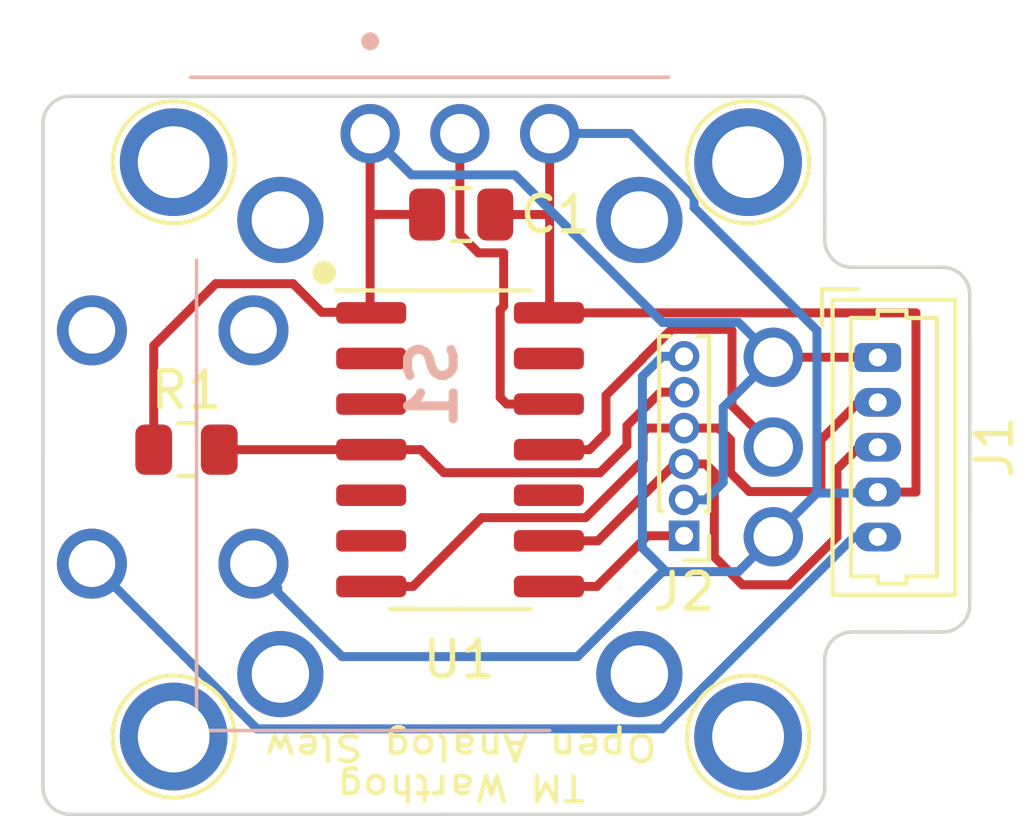
<source format=kicad_pcb>
(kicad_pcb (version 20211014) (generator pcbnew)
  (layers (0 "F.Cu" signal) (31 "B.Cu" signal) (34 "B.Paste" user) (35 "F.Paste" user) (36 "B.SilkS" user "B.Silkscreen") (37 "F.SilkS" user "F.Silkscreen") (38 "B.Mask" user) (39 "F.Mask" user) (44 "Edge.Cuts" user))
  (net 0 "")
  (net 6 "/SDA")
  (net 7 "/SCL")
  (net 8 "+3V3")
  (net 9 "GND")
  (net 10 "/BTN")
  (net 11 "/RST")
  (net 21 "/MISO")
  (net 22 "/VAR2")
  (net 23 "/VAR1")
  (footprint "TestPoint:TestPoint_Plated_Hole_D2.0mm" (layer "F.Cu") (at 155.343374 98.672145)
    (fp_text reference "" hide)
    (fp_text value "TestPoint_Plated_Hole_D2.0mm" hide)
    (fp_circle (center 0 0) (end 0 -1.7) (layer "F.SilkS") (width 0.12) (fill none))
    (pad "" thru_hole circle locked (at 0 0) (size 3 3) (drill 2) (layers *.Cu *.Mask))
  )
  (footprint "TestPoint:TestPoint_Plated_Hole_D2.0mm" (layer "F.Cu") (at 139.343483 114.672165)
    (fp_text reference "" hide)
    (fp_text value "TestPoint_Plated_Hole_D2.0mm" hide)
    (fp_circle (center 0 0) (end 0 -1.7) (layer "F.SilkS") (width 0.12) (fill none))
    (pad "" thru_hole circle locked (at 0 0) (size 3 3) (drill 2) (layers *.Cu *.Mask))
  )
  (footprint "Resistor_SMD:R_0805_2012Metric" (layer "F.Cu") (at 139.7 106.68)
    (fp_text reference "R1" (at 0 -1.65) (layer "F.SilkS"))
    (fp_text value "10K")
    (fp_line (start -0.227064 -0.735) (end 0.227064 -0.735) (layer "F.SilkS") (width 0.12))
    (fp_line (start -0.227064 0.735) (end 0.227064 0.735) (layer "F.SilkS") (width 0.12))
    (pad "1" smd roundrect locked (at -0.9125 0) (size 1.025 1.4) (layers "F.Cu" "F.Paste" "F.Mask") (roundrect_rratio 0.243902439) (net 8 "+3V3"))
    (pad "2" smd roundrect locked (at 0.9125 0) (size 1.025 1.4) (layers "F.Cu" "F.Paste" "F.Mask") (roundrect_rratio 0.243902439) (net 11 "/RST"))
  )
  (footprint "Connector_Molex:Molex_PicoBlade_53047-0510_1x05_P1.25mm_Vertical" (layer "F.Cu") (at 158.955024 104.112387 -90)
    (fp_text reference "J1" (at 2.5 -3.25 90) (layer "F.SilkS"))
    (fp_text value "Conn_01x05_Female")
    (fp_line (start 6.61 -2.16) (end -1.61 -2.16) (layer "F.SilkS") (width 0.12))
    (fp_line (start 6.3 -0.8) (end 6.1 -0.8) (layer "F.SilkS") (width 0.12))
    (fp_line (start 2.5 0.75) (end -1.1 0.75) (layer "F.SilkS") (width 0.12))
    (fp_line (start -1.9 1.55) (end -1.9 0.55) (layer "F.SilkS") (width 0.12))
    (fp_line (start -1.1 -1.65) (end 2.5 -1.65) (layer "F.SilkS") (width 0.12))
    (fp_line (start 6.3 0) (end 6.3 -0.8) (layer "F.SilkS") (width 0.12))
    (fp_line (start 6.1 -1.65) (end 2.5 -1.65) (layer "F.SilkS") (width 0.12))
    (fp_line (start 2.5 0.75) (end 6.1 0.75) (layer "F.SilkS") (width 0.12))
    (fp_line (start 6.1 0.75) (end 6.1 0) (layer "F.SilkS") (width 0.12))
    (fp_line (start -1.3 0) (end -1.3 -0.8) (layer "F.SilkS") (width 0.12))
    (fp_line (start 6.1 -0.8) (end 6.1 -1.65) (layer "F.SilkS") (width 0.12))
    (fp_line (start -1.61 -2.16) (end -1.61 1.26) (layer "F.SilkS") (width 0.12))
    (fp_line (start -1.61 1.26) (end 6.61 1.26) (layer "F.SilkS") (width 0.12))
    (fp_line (start -1.3 -0.8) (end -1.1 -0.8) (layer "F.SilkS") (width 0.12))
    (fp_line (start -1.9 1.55) (end -0.9 1.55) (layer "F.SilkS") (width 0.12))
    (fp_line (start -1.1 -0.8) (end -1.1 -1.65) (layer "F.SilkS") (width 0.12))
    (fp_line (start 6.61 1.26) (end 6.61 -2.16) (layer "F.SilkS") (width 0.12))
    (fp_line (start -1.1 0) (end -1.3 0) (layer "F.SilkS") (width 0.12))
    (fp_line (start 6.1 0) (end 6.3 0) (layer "F.SilkS") (width 0.12))
    (fp_line (start -1.1 0.75) (end -1.1 0) (layer "F.SilkS") (width 0.12))
    (pad "1" thru_hole roundrect locked (at 0 0 270) (size 0.8 1.3) (drill 0.5) (layers *.Cu *.Mask) (net 8 "+3V3"))
    (pad "2" thru_hole oval locked (at 1.25 0 270) (size 0.8 1.3) (drill 0.5) (layers *.Cu *.Mask) (net 6 "/SDA"))
    (pad "3" thru_hole oval locked (at 2.5 0 270) (size 0.8 1.3) (drill 0.5) (layers *.Cu *.Mask) (net 7 "/SCL"))
    (pad "4" thru_hole oval locked (at 3.75 0 270) (size 0.8 1.3) (drill 0.5) (layers *.Cu *.Mask) (net 9 "GND"))
    (pad "5" thru_hole oval locked (at 5 0 270) (size 0.8 1.3) (drill 0.5) (layers *.Cu *.Mask) (net 10 "/BTN"))
  )
  (footprint "Package_SO:SOIC-14_3.9x8.7mm_P1.27mm" (layer "F.Cu") (at 147.32 106.68)
    (fp_text reference "U1" (at -0.02076 5.84679) (layer "F.SilkS"))
    (fp_text value "ATtiny44A-SS")
    (fp_line (start 0 4.435) (end 1.95 4.435) (layer "F.SilkS") (width 0.12))
    (fp_line (start 0 -4.435) (end 1.95 -4.435) (layer "F.SilkS") (width 0.12))
    (fp_line (start 0 4.435) (end -1.95 4.435) (layer "F.SilkS") (width 0.12))
    (fp_line (start 0 -4.435) (end -3.45 -4.435) (layer "F.SilkS") (width 0.12))
    (pad "1" smd roundrect locked (at -2.475 -3.81) (size 1.95 0.6) (layers "F.Cu" "F.Paste" "F.Mask") (net 8 "+3V3"))
    (pad "2" smd roundrect locked (at -2.475 -2.54) (size 1.95 0.6) (layers "F.Cu" "F.Paste" "F.Mask"))
    (pad "3" smd roundrect locked (at -2.475 -1.27) (size 1.95 0.6) (layers "F.Cu" "F.Paste" "F.Mask"))
    (pad "4" smd roundrect locked (at -2.475 0) (size 1.95 0.6) (layers "F.Cu" "F.Paste" "F.Mask") (net 11 "/RST"))
    (pad "5" smd roundrect locked (at -2.475 1.27) (size 1.95 0.6) (layers "F.Cu" "F.Paste" "F.Mask"))
    (pad "6" smd roundrect locked (at -2.475 2.54) (size 1.95 0.6) (layers "F.Cu" "F.Paste" "F.Mask"))
    (pad "7" smd roundrect locked (at -2.475 3.81) (size 1.95 0.6) (layers "F.Cu" "F.Paste" "F.Mask") (net 6 "/SDA"))
    (pad "8" smd roundrect locked (at 2.475 3.81) (size 1.95 0.6) (layers "F.Cu" "F.Paste" "F.Mask") (net 21 "/MISO"))
    (pad "9" smd roundrect locked (at 2.475 2.54) (size 1.95 0.6) (layers "F.Cu" "F.Paste" "F.Mask") (net 7 "/SCL"))
    (pad "10" smd roundrect locked (at 2.475 1.27) (size 1.95 0.6) (layers "F.Cu" "F.Paste" "F.Mask"))
    (pad "11" smd roundrect locked (at 2.475 0) (size 1.95 0.6) (layers "F.Cu" "F.Paste" "F.Mask") (net 23 "/VAR1"))
    (pad "12" smd roundrect locked (at 2.475 -1.27) (size 1.95 0.6) (layers "F.Cu" "F.Paste" "F.Mask") (net 22 "/VAR2"))
    (pad "13" smd roundrect locked (at 2.475 -2.54) (size 1.95 0.6) (layers "F.Cu" "F.Paste" "F.Mask"))
    (pad "14" smd roundrect locked (at 2.475 -3.81) (size 1.95 0.6) (layers "F.Cu" "F.Paste" "F.Mask") (net 9 "GND"))
  )
  (footprint "Capacitor_SMD:C_0805_2012Metric" (layer "F.Cu") (at 147.350742 100.131403)
    (fp_text reference "C1" (at 2.632943 0.000729) (layer "F.SilkS"))
    (fp_text value "1uF")
    (fp_line (start -0.261252 -0.735) (end 0.261252 -0.735) (layer "F.SilkS") (width 0.12))
    (fp_line (start -0.261252 0.735) (end 0.261252 0.735) (layer "F.SilkS") (width 0.12))
    (pad "1" smd roundrect locked (at -0.95 0) (size 1 1.45) (layers "F.Cu" "F.Paste" "F.Mask") (net 8 "+3V3"))
    (pad "2" smd roundrect locked (at 0.95 0) (size 1 1.45) (layers "F.Cu" "F.Paste" "F.Mask") (net 9 "GND"))
  )
  (footprint "TestPoint:TestPoint_Plated_Hole_D2.0mm" (layer "F.Cu") (at 139.343483 98.672145)
    (fp_text reference "" hide)
    (fp_text value "TestPoint_Plated_Hole_D2.0mm" hide)
    (fp_circle (center 0 0) (end 0 -1.7) (layer "F.SilkS") (width 0.12) (fill none))
    (pad "" thru_hole circle locked (at 0 0) (size 3 3) (drill 2) (layers *.Cu *.Mask))
  )
  (footprint "Connector_PinHeader_1.00mm:PinHeader_1x06_P1.00mm_Vertical" (layer "F.Cu") (at 153.560265 109.079538 180)
    (fp_text reference "J2" (at 0 -1.56) (layer "F.SilkS"))
    (fp_text value "AVR-ISP-6")
    (fp_line (start 0.608276 0.685) (end 0.695 0.685) (layer "F.SilkS") (width 0.12))
    (fp_line (start -0.695 0.685) (end -0.695 5.56) (layer "F.SilkS") (width 0.12))
    (fp_line (start -0.695 5.56) (end -0.394493 5.56) (layer "F.SilkS") (width 0.12))
    (fp_line (start 0.394493 5.56) (end 0.695 5.56) (layer "F.SilkS") (width 0.12))
    (fp_line (start -0.695 -0.685) (end 0 -0.685) (layer "F.SilkS") (width 0.12))
    (fp_line (start 0.695 0.685) (end 0.695 5.56) (layer "F.SilkS") (width 0.12))
    (fp_line (start -0.695 0.685) (end -0.608276 0.685) (layer "F.SilkS") (width 0.12))
    (fp_line (start -0.695 0) (end -0.695 -0.685) (layer "F.SilkS") (width 0.12))
    (pad "1" thru_hole rect locked (at 0 0 180) (size 0.85 0.85) (drill 0.5) (layers *.Cu *.Mask) (net 21 "/MISO"))
    (pad "2" thru_hole oval locked (at 0 1 180) (size 0.85 0.85) (drill 0.5) (layers *.Cu *.Mask) (net 8 "+3V3"))
    (pad "3" thru_hole oval locked (at 0 2 180) (size 0.85 0.85) (drill 0.5) (layers *.Cu *.Mask) (net 7 "/SCL"))
    (pad "4" thru_hole oval locked (at 0 3 180) (size 0.85 0.85) (drill 0.5) (layers *.Cu *.Mask) (net 6 "/SDA"))
    (pad "5" thru_hole oval locked (at 0 4 180) (size 0.85 0.85) (drill 0.5) (layers *.Cu *.Mask) (net 11 "/RST"))
    (pad "6" thru_hole oval locked (at 0 5 180) (size 0.85 0.85) (drill 0.5) (layers *.Cu *.Mask) (net 9 "GND"))
  )
  (footprint "TestPoint:TestPoint_Plated_Hole_D2.0mm" (layer "F.Cu") (at 155.343374 114.672645)
    (fp_text reference "" hide)
    (fp_text value "TestPoint_Plated_Hole_D2.0mm" hide)
    (fp_circle (center 0 0) (end 0 -1.7) (layer "F.SilkS") (width 0.12) (fill none))
    (pad "" thru_hole circle locked (at 0 0) (size 3 3) (drill 2) (layers *.Cu *.Mask))
  )
  (footprint "SamacSys_Parts:RKJXV122400R" (layer "B.Cu") (at 144.815123 97.876941 90)
    (fp_text reference "S1" (at -6.978 1.74 90) (layer "B.SilkS") (effects (font (size 1.27 1.27) (thickness 0.254)) (justify mirror)))
    (fp_text value "RKJXV122400R" hide)
    (fp_line (start 1.572 8.315) (end 1.572 -5) (layer "B.SilkS") (width 0.1))
    (fp_line (start 2.672 0) (end 2.672 0) (layer "B.SilkS") (width 0.3))
    (fp_line (start -16.627 -4.835) (end -3.527 -4.835) (layer "B.SilkS") (width 0.1))
    (fp_line (start -16.627 5) (end -16.627 -4.835) (layer "B.SilkS") (width 0.1))
    (fp_line (start 2.473 0) (end 2.473 0) (layer "B.SilkS") (width 0.3))
    (fp_arc (start 2.672 0) (mid 2.5725 0.0995) (end 2.473 0) (layer "B.SilkS") (width 0.3))
    (fp_arc (start 2.473 0) (mid 2.5725 -0.0995) (end 2.672 0) (layer "B.SilkS") (width 0.3))
    (pad "A1" thru_hole circle locked (at -11.98 -3.25 90) (size 1.95 1.95) (drill 1.3) (layers *.Cu *.Mask) (net 9 "GND"))
    (pad "A11" thru_hole circle locked (at 0 0 90) (size 1.65 1.65) (drill 1.1) (layers *.Cu *.Mask) (net 8 "+3V3"))
    (pad "A12" thru_hole circle locked (at 0 2.5 90) (size 1.65 1.65) (drill 1.1) (layers *.Cu *.Mask) (net 22 "/VAR2"))
    (pad "A13" thru_hole circle locked (at 0 5 90) (size 1.65 1.65) (drill 1.1) (layers *.Cu *.Mask) (net 9 "GND"))
    (pad "B1" thru_hole circle locked (at -11.98 -7.75 90) (size 1.95 1.95) (drill 1.3) (layers *.Cu *.Mask) (net 10 "/BTN"))
    (pad "B11" thru_hole circle locked (at -6.23 11.23 90) (size 1.65 1.65) (drill 1.1) (layers *.Cu *.Mask) (net 8 "+3V3"))
    (pad "B12" thru_hole circle locked (at -8.73 11.23 90) (size 1.65 1.65) (drill 1.1) (layers *.Cu *.Mask) (net 23 "/VAR1"))
    (pad "B13" thru_hole circle locked (at -11.23 11.23 90) (size 1.65 1.65) (drill 1.1) (layers *.Cu *.Mask) (net 9 "GND"))
    (pad "C1" thru_hole circle locked (at -5.48 -3.25 90) (size 1.95 1.95) (drill 1.3) (layers *.Cu *.Mask))
    (pad "D1" thru_hole circle locked (at -5.48 -7.75 90) (size 1.95 1.95) (drill 1.3) (layers *.Cu *.Mask))
    (pad "MH1" thru_hole circle locked (at -15.055 -2.5 90) (size 2.4 2.4) (drill 1.6) (layers *.Cu *.Mask))
    (pad "MH2" thru_hole circle locked (at -15.055 7.5 90) (size 2.4 2.4) (drill 1.6) (layers *.Cu *.Mask))
    (pad "MH3" thru_hole circle locked (at -2.405 -2.5 90) (size 2.4 2.4) (drill 1.6) (layers *.Cu *.Mask))
    (pad "MH4" thru_hole circle locked (at -2.405 7.5 90) (size 2.4 2.4) (drill 1.6) (layers *.Cu *.Mask))
    (pad "MH5" thru_hole circle locked (at -13.03 2.5 90) (size 0 0) (drill 1.65) (layers *.Cu *.Mask))
    (pad "MH6" thru_hole circle locked (at -4.43 2.5 90) (size 0 0) (drill 1.65) (layers *.Cu *.Mask))
  )
  (gr_circle (center 143.5354 101.7524) (end 143.7894 101.7778) (layer "F.SilkS") (width 0.15) (fill solid))
  (gr_line (start 136.464602 96.836597) (end 156.743564 96.83631) (layer "Edge.Cuts") (width 0.1))
  (gr_arc (start 161.5186 111.0234) (mid 161.286658 111.546021) (end 160.7566 111.760423) (layer "Edge.Cuts") (width 0.1))
  (gr_arc (start 157.48 116.1034) (mid 157.248058 116.626021) (end 156.718 116.840423) (layer "Edge.Cuts") (width 0.1))
  (gr_line (start 160.7566 111.760423) (end 158.242 111.759577) (layer "Edge.Cuts") (width 0.1))
  (gr_arc (start 156.743564 96.83631) (mid 157.266185 97.068252) (end 157.480587 97.59831) (layer "Edge.Cuts") (width 0.1))
  (gr_arc (start 136.439552 116.839513) (mid 135.916931 116.607571) (end 135.702529 116.077513) (layer "Edge.Cuts") (width 0.1))
  (gr_line (start 157.480587 97.59831) (end 157.479577 100.838) (layer "Edge.Cuts") (width 0.1))
  (gr_line (start 161.519023 102.362) (end 161.5186 111.0234) (layer "Edge.Cuts") (width 0.1))
  (gr_line (start 156.718 116.840423) (end 136.439552 116.839513) (layer "Edge.Cuts") (width 0.1))
  (gr_arc (start 157.48 112.4966) (mid 157.711942 111.973979) (end 158.242 111.759577) (layer "Edge.Cuts") (width 0.1))
  (gr_arc (start 160.782 101.6) (mid 161.304621 101.831942) (end 161.519023 102.362) (layer "Edge.Cuts") (width 0.1))
  (gr_arc (start 158.2166 101.6) (mid 157.693979 101.368058) (end 157.479577 100.838) (layer "Edge.Cuts") (width 0.1))
  (gr_line (start 158.2166 101.6) (end 160.782 101.6) (layer "Edge.Cuts") (width 0.1))
  (gr_line (start 157.48 112.4966) (end 157.48 116.1034) (layer "Edge.Cuts") (width 0.1))
  (gr_arc (start 135.702602 97.57362) (mid 135.934544 97.050999) (end 136.464602 96.836597) (layer "Edge.Cuts") (width 0.1))
  (gr_line (start 135.702529 116.077513) (end 135.702602 97.57362) (layer "Edge.Cuts") (width 0.1))
  (gr_text "TM Warthog\nOpen Analog Slew" (at 147.339859 115.531308 180) (layer "F.SilkS") (effects (font (size 0.7 0.8) (thickness 0.125))))
  (segment (start 146.0074 110.49) (end 147.92288 108.57452) (width 0.25) (layer "F.Cu") (net 6))
  (segment (start 154.852467 106.407677) (end 154.852467 107.321902) (width 0.25) (layer "F.Cu") (net 6))
  (segment (start 158.418305 105.362387) (end 158.955024 105.362387) (width 0.25) (layer "F.Cu") (net 6))
  (segment (start 154.524328 106.079538) (end 154.852467 106.407677) (width 0.25) (layer "F.Cu") (net 6))
  (segment (start 152.418234 106.972838) (end 152.418234 106.200092) (width 0.25) (layer "F.Cu") (net 6))
  (segment (start 152.538788 106.079538) (end 153.560265 106.079538) (width 0.25) (layer "F.Cu") (net 6))
  (segment (start 155.377661 107.847096) (end 157.371451 107.847096) (width 0.25) (layer "F.Cu") (net 6))
  (segment (start 157.371451 107.847096) (end 157.371451 106.409241) (width 0.25) (layer "F.Cu") (net 6))
  (segment (start 154.852467 107.321902) (end 155.377661 107.847096) (width 0.25) (layer "F.Cu") (net 6))
  (segment (start 153.560265 106.079538) (end 154.524328 106.079538) (width 0.25) (layer "F.Cu") (net 6))
  (segment (start 144.845 110.49) (end 146.0074 110.49) (width 0.25) (layer "F.Cu") (net 6))
  (segment (start 157.371451 106.409241) (end 158.418305 105.362387) (width 0.25) (layer "F.Cu") (net 6))
  (segment (start 147.92288 108.57452) (end 150.816552 108.57452) (width 0.25) (layer "F.Cu") (net 6))
  (segment (start 152.418234 106.200092) (end 152.538788 106.079538) (width 0.25) (layer "F.Cu") (net 6))
  (segment (start 150.816552 108.57452) (end 152.418234 106.972838) (width 0.25) (layer "F.Cu") (net 6))
  (segment (start 157.820971 107.22131) (end 158.429894 106.612387) (width 0.25) (layer "F.Cu") (net 7))
  (segment (start 154.402947 107.32118) (end 154.402947 109.663688) (width 0.25) (layer "F.Cu") (net 7))
  (segment (start 155.183145 110.443886) (end 156.484712 110.443886) (width 0.25) (layer "F.Cu") (net 7))
  (segment (start 157.820971 109.107627) (end 157.820971 107.22131) (width 0.25) (layer "F.Cu") (net 7))
  (segment (start 151.160049 109.22) (end 153.300511 107.079538) (width 0.25) (layer "F.Cu") (net 7))
  (segment (start 154.402947 109.663688) (end 155.183145 110.443886) (width 0.25) (layer "F.Cu") (net 7))
  (segment (start 149.795 109.22) (end 151.160049 109.22) (width 0.25) (layer "F.Cu") (net 7))
  (segment (start 153.560265 107.079538) (end 154.161305 107.079538) (width 0.25) (layer "F.Cu") (net 7))
  (segment (start 154.161305 107.079538) (end 154.402947 107.32118) (width 0.25) (layer "F.Cu") (net 7))
  (segment (start 156.484712 110.443886) (end 157.820971 109.107627) (width 0.25) (layer "F.Cu") (net 7))
  (segment (start 158.429894 106.612387) (end 158.955024 106.612387) (width 0.25) (layer "F.Cu") (net 7))
  (segment (start 153.300511 107.079538) (end 153.560265 107.079538) (width 0.25) (layer "F.Cu") (net 7))
  (segment (start 138.7875 103.7825) (end 138.7875 106.68) (width 0.25) (layer "F.Cu") (net 8))
  (segment (start 140.51257 102.05743) (end 138.7875 103.7825) (width 0.25) (layer "F.Cu") (net 8))
  (segment (start 143.465451 102.854628) (end 142.668253 102.05743) (width 0.25) (layer "F.Cu") (net 8))
  (segment (start 142.668253 102.05743) (end 140.51257 102.05743) (width 0.25) (layer "F.Cu") (net 8))
  (segment (start 158.955024 104.112387) (end 158.949578 104.106941) (width 0.25) (layer "F.Cu") (net 8))
  (segment (start 144.815123 97.876941) (end 144.815123 100.128587) (width 0.25) (layer "F.Cu") (net 8))
  (segment (start 146.400742 100.131403) (end 146.397926 100.128587) (width 0.25) (layer "F.Cu") (net 8))
  (segment (start 144.829628 102.854628) (end 143.465451 102.854628) (width 0.25) (layer "F.Cu") (net 8))
  (segment (start 144.815123 102.840123) (end 144.845 102.87) (width 0.25) (layer "F.Cu") (net 8))
  (segment (start 158.949578 104.106941) (end 156.045123 104.106941) (width 0.25) (layer "F.Cu") (net 8))
  (segment (start 144.845 102.87) (end 144.829628 102.854628) (width 0.25) (layer "F.Cu") (net 8))
  (segment (start 144.815123 100.128587) (end 144.815123 100.53143) (width 0.25) (layer "F.Cu") (net 8))
  (segment (start 144.815123 100.53143) (end 144.815123 102.840123) (width 0.25) (layer "F.Cu") (net 8))
  (segment (start 146.397926 100.128587) (end 144.815123 100.128587) (width 0.25) (layer "F.Cu") (net 8))
  (segment (start 154.161305 108.079538) (end 154.651239 107.589604) (width 0.25) (layer "B.Cu") (net 8))
  (segment (start 154.651239 105.500825) (end 156.045123 104.106941) (width 0.25) (layer "B.Cu") (net 8))
  (segment (start 144.815123 97.876941) (end 145.964634 99.026452) (width 0.25) (layer "B.Cu") (net 8))
  (segment (start 148.848454 99.026452) (end 152.960447 103.138445) (width 0.25) (layer "B.Cu") (net 8))
  (segment (start 145.964634 99.026452) (end 148.848454 99.026452) (width 0.25) (layer "B.Cu") (net 8))
  (segment (start 154.651239 107.589604) (end 154.651239 105.500825) (width 0.25) (layer "B.Cu") (net 8))
  (segment (start 152.960447 103.138445) (end 155.076627 103.138445) (width 0.25) (layer "B.Cu") (net 8))
  (segment (start 155.076627 103.138445) (end 156.045123 104.106941) (width 0.25) (layer "B.Cu") (net 8))
  (segment (start 153.560265 108.079538) (end 154.161305 108.079538) (width 0.25) (layer "B.Cu") (net 8))
  (segment (start 149.815123 102.849877) (end 149.795 102.87) (width 0.25) (layer "F.Cu") (net 9))
  (segment (start 149.801644 100.131403) (end 149.815123 100.117924) (width 0.25) (layer "F.Cu") (net 9))
  (segment (start 148.300742 100.131403) (end 149.801644 100.131403) (width 0.25) (layer "F.Cu") (net 9))
  (segment (start 149.815123 97.876941) (end 149.815123 100.117924) (width 0.25) (layer "F.Cu") (net 9))
  (segment (start 160.02 107.862387) (end 158.955024 107.862387) (width 0.25) (layer "F.Cu") (net 9))
  (segment (start 149.815123 100.117924) (end 149.815123 100.540467) (width 0.25) (layer "F.Cu") (net 9))
  (segment (start 149.815123 100.540467) (end 149.815123 102.849877) (width 0.25) (layer "F.Cu") (net 9))
  (segment (start 160.02 102.87) (end 160.02 107.862387) (width 0.25) (layer "F.Cu") (net 9))
  (segment (start 149.795 102.87) (end 160.02 102.87) (width 0.25) (layer "F.Cu") (net 9))
  (segment (start 153.839634 99.650467) (end 153.839634 99.936824) (width 0.25) (layer "B.Cu") (net 9))
  (segment (start 157.262064 107.89) (end 158.927411 107.89) (width 0.25) (layer "B.Cu") (net 9))
  (segment (start 152.959225 104.079538) (end 152.4 104.638763) (width 0.25) (layer "B.Cu") (net 9))
  (segment (start 149.815123 97.876941) (end 149.819527 97.872537) (width 0.25) (layer "B.Cu") (net 9))
  (segment (start 153.839634 99.936824) (end 157.262064 103.359254) (width 0.25) (layer "B.Cu") (net 9))
  (segment (start 152.960068 110.078054) (end 153.059759 110.078054) (width 0.25) (layer "B.Cu") (net 9))
  (segment (start 141.565123 109.856941) (end 142.24 110.531818) (width 0.25) (layer "B.Cu") (net 9))
  (segment (start 142.24 110.531818) (end 142.24 110.652833) (width 0.25) (layer "B.Cu") (net 9))
  (segment (start 153.560265 104.079538) (end 152.959225 104.079538) (width 0.25) (layer "B.Cu") (net 9))
  (segment (start 152.061704 97.872537) (end 153.839634 99.650467) (width 0.25) (layer "B.Cu") (net 9))
  (segment (start 149.819527 97.872537) (end 152.061704 97.872537) (width 0.25) (layer "B.Cu") (net 9))
  (segment (start 158.927411 107.89) (end 158.955024 107.862387) (width 0.25) (layer "B.Cu") (net 9))
  (segment (start 155.07401 110.078054) (end 153.059759 110.078054) (width 0.25) (layer "B.Cu") (net 9))
  (segment (start 142.24 110.652833) (end 144.032493 112.445326) (width 0.25) (layer "B.Cu") (net 9))
  (segment (start 150.592796 112.445326) (end 152.960068 110.078054) (width 0.25) (layer "B.Cu") (net 9))
  (segment (start 152.4 109.418295) (end 153.059759 110.078054) (width 0.25) (layer "B.Cu") (net 9))
  (segment (start 156.045123 109.106941) (end 157.262064 107.89) (width 0.25) (layer "B.Cu") (net 9))
  (segment (start 156.045123 109.106941) (end 155.07401 110.078054) (width 0.25) (layer "B.Cu") (net 9))
  (segment (start 152.4 109.22) (end 152.4 109.418295) (width 0.25) (layer "B.Cu") (net 9))
  (segment (start 152.4 104.638763) (end 152.4 109.22) (width 0.25) (layer "B.Cu") (net 9))
  (segment (start 144.032493 112.445326) (end 150.592796 112.445326) (width 0.25) (layer "B.Cu") (net 9))
  (segment (start 157.262064 103.359254) (end 157.262064 107.89) (width 0.25) (layer "B.Cu") (net 9))
  (segment (start 137.065123 109.856941) (end 141.664634 114.456452) (width 0.25) (layer "B.Cu") (net 10))
  (segment (start 152.946597 114.456452) (end 158.290662 109.112387) (width 0.25) (layer "B.Cu") (net 10))
  (segment (start 158.290662 109.112387) (end 158.955024 109.112387) (width 0.25) (layer "B.Cu") (net 10))
  (segment (start 141.664634 114.456452) (end 152.946597 114.456452) (width 0.25) (layer "B.Cu") (net 10))
  (segment (start 146.224281 106.68) (end 146.866184 107.321903) (width 0.25) (layer "F.Cu") (net 11))
  (segment (start 144.845 106.68) (end 146.224281 106.68) (width 0.25) (layer "F.Cu") (net 11))
  (segment (start 151.968714 106.57067) (end 151.968714 106.013894) (width 0.25) (layer "F.Cu") (net 11))
  (segment (start 140.6125 106.68) (end 144.845 106.68) (width 0.25) (layer "F.Cu") (net 11))
  (segment (start 151.217481 107.321903) (end 151.968714 106.57067) (width 0.25) (layer "F.Cu") (net 11))
  (segment (start 146.866184 107.321903) (end 151.217481 107.321903) (width 0.25) (layer "F.Cu") (net 11))
  (segment (start 152.90307 105.079538) (end 153.560265 105.079538) (width 0.25) (layer "F.Cu") (net 11))
  (segment (start 151.968714 106.013894) (end 152.90307 105.079538) (width 0.25) (layer "F.Cu") (net 11))
  (segment (start 152.540462 109.079538) (end 151.13 110.49) (width 0.25) (layer "F.Cu") (net 21))
  (segment (start 151.13 110.49) (end 149.795 110.49) (width 0.25) (layer "F.Cu") (net 21))
  (segment (start 153.560265 109.079538) (end 152.540462 109.079538) (width 0.25) (layer "F.Cu") (net 21))
  (segment (start 147.315123 100.683277) (end 147.830045 101.198199) (width 0.25) (layer "F.Cu") (net 22))
  (segment (start 148.534644 102.685468) (end 148.439468 102.780644) (width 0.25) (layer "F.Cu") (net 22))
  (segment (start 148.53409 101.198199) (end 148.534644 101.198753) (width 0.25) (layer "F.Cu") (net 22))
  (segment (start 148.439468 102.780644) (end 148.439468 105.228714) (width 0.25) (layer "F.Cu") (net 22))
  (segment (start 148.620754 105.41) (end 149.795 105.41) (width 0.25) (layer "F.Cu") (net 22))
  (segment (start 147.830045 101.198199) (end 148.53409 101.198199) (width 0.25) (layer "F.Cu") (net 22))
  (segment (start 148.534644 101.198753) (end 148.534644 102.685468) (width 0.25) (layer "F.Cu") (net 22))
  (segment (start 148.439468 105.228714) (end 148.620754 105.41) (width 0.25) (layer "F.Cu") (net 22))
  (segment (start 147.315123 97.876941) (end 147.315123 100.683277) (width 0.25) (layer "F.Cu") (net 22))
  (segment (start 151.385683 105.165291) (end 151.385683 106.215089) (width 0.25) (layer "F.Cu") (net 23))
  (segment (start 151.385683 106.215089) (end 150.920772 106.68) (width 0.25) (layer "F.Cu") (net 23))
  (segment (start 154.861731 103.330027) (end 153.209973 103.330027) (width 0.25) (layer "F.Cu") (net 23))
  (segment (start 153.209973 103.330027) (end 152.4 104.14) (width 0.25) (layer "F.Cu") (net 23))
  (segment (start 154.895612 105.45743) (end 154.895612 103.363908) (width 0.25) (layer "F.Cu") (net 23))
  (segment (start 150.920772 106.68) (end 149.795 106.68) (width 0.25) (layer "F.Cu") (net 23))
  (segment (start 152.4 104.150974) (end 151.385683 105.165291) (width 0.25) (layer "F.Cu") (net 23))
  (segment (start 156.045123 106.606941) (end 154.895612 105.45743) (width 0.25) (layer "F.Cu") (net 23))
  (segment (start 154.895612 103.363908) (end 154.861731 103.330027) (width 0.25) (layer "F.Cu") (net 23))
  (segment (start 152.4 104.14) (end 152.4 104.150974) (width 0.25) (layer "F.Cu") (net 23))
)
</source>
